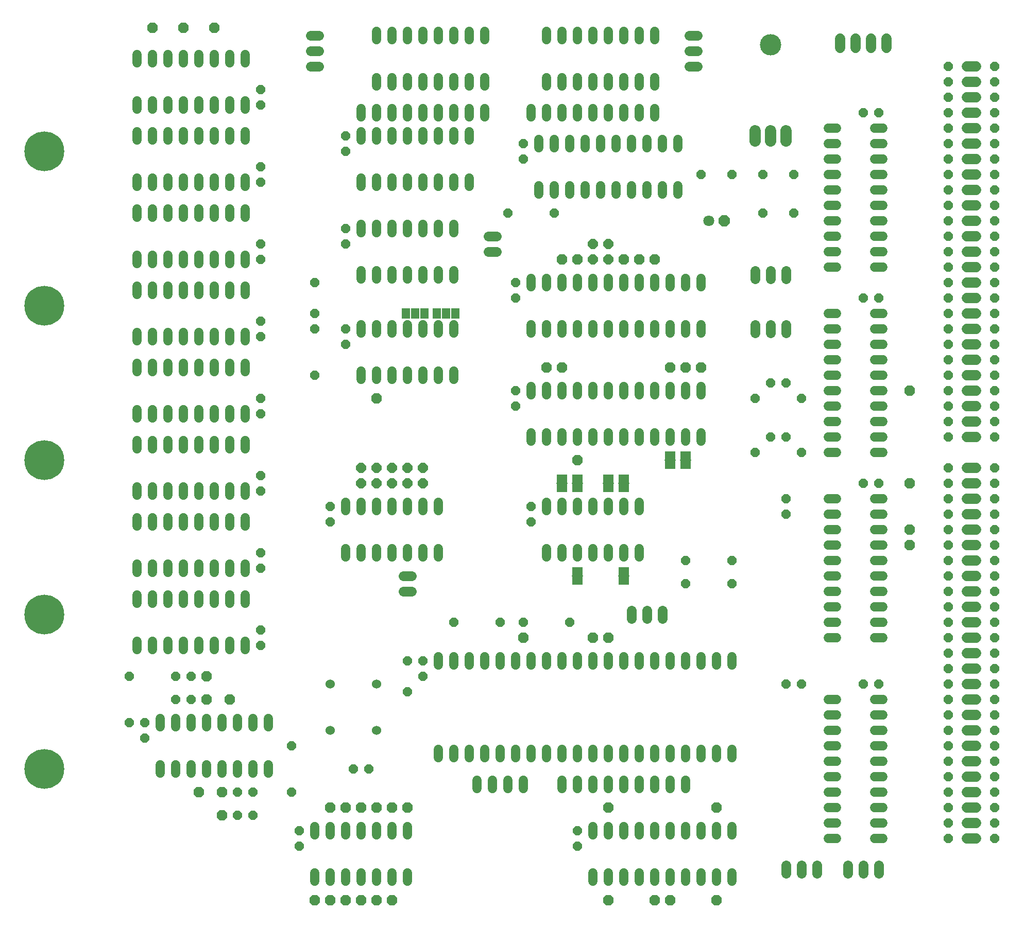
<source format=gbs>
G75*
%MOIN*%
%OFA0B0*%
%FSLAX25Y25*%
%IPPOS*%
%LPD*%
%AMOC8*
5,1,8,0,0,1.08239X$1,22.5*
%
%ADD10C,0.06800*%
%ADD11C,0.07400*%
%ADD12C,0.13800*%
%ADD13OC8,0.07100*%
%ADD14C,0.07100*%
%ADD15OC8,0.06000*%
%ADD16OC8,0.06050*%
%ADD17C,0.25800*%
%ADD18C,0.06000*%
%ADD19C,0.06000*%
%ADD20C,0.06400*%
%ADD21OC8,0.06800*%
%ADD22OC8,0.06400*%
%ADD23R,0.07100X0.05400*%
%ADD24R,0.07200X0.00600*%
%ADD25R,0.05400X0.07100*%
D10*
X0638300Y0066300D02*
X0644300Y0066300D01*
X0644300Y0076300D02*
X0638300Y0076300D01*
X0638300Y0086300D02*
X0644300Y0086300D01*
X0644300Y0096300D02*
X0638300Y0096300D01*
X0638300Y0106300D02*
X0644300Y0106300D01*
X0644300Y0116300D02*
X0638300Y0116300D01*
X0638300Y0126300D02*
X0644300Y0126300D01*
X0644300Y0136300D02*
X0638300Y0136300D01*
X0638300Y0146300D02*
X0644300Y0146300D01*
X0644300Y0156300D02*
X0638300Y0156300D01*
X0638300Y0166300D02*
X0644300Y0166300D01*
X0644300Y0176300D02*
X0638300Y0176300D01*
X0638300Y0186300D02*
X0644300Y0186300D01*
X0644300Y0196300D02*
X0638300Y0196300D01*
X0638300Y0206300D02*
X0644300Y0206300D01*
X0644300Y0216300D02*
X0638300Y0216300D01*
X0638300Y0226300D02*
X0644300Y0226300D01*
X0644300Y0236300D02*
X0638300Y0236300D01*
X0638300Y0246300D02*
X0644300Y0246300D01*
X0644300Y0256300D02*
X0638300Y0256300D01*
X0638300Y0266300D02*
X0644300Y0266300D01*
X0644300Y0276300D02*
X0638300Y0276300D01*
X0638300Y0286300D02*
X0644300Y0286300D01*
X0644300Y0296300D02*
X0638300Y0296300D01*
X0638300Y0306300D02*
X0644300Y0306300D01*
X0644300Y0326300D02*
X0638300Y0326300D01*
X0638300Y0336300D02*
X0644300Y0336300D01*
X0644300Y0346300D02*
X0638300Y0346300D01*
X0638300Y0356300D02*
X0644300Y0356300D01*
X0644300Y0366300D02*
X0638300Y0366300D01*
X0638300Y0376300D02*
X0644300Y0376300D01*
X0644300Y0386300D02*
X0638300Y0386300D01*
X0638300Y0396300D02*
X0644300Y0396300D01*
X0644300Y0406300D02*
X0638300Y0406300D01*
X0638300Y0416300D02*
X0644300Y0416300D01*
X0644300Y0426300D02*
X0638300Y0426300D01*
X0638300Y0436300D02*
X0644300Y0436300D01*
X0644300Y0446300D02*
X0638300Y0446300D01*
X0638300Y0456300D02*
X0644300Y0456300D01*
X0644300Y0466300D02*
X0638300Y0466300D01*
X0638300Y0476300D02*
X0644300Y0476300D01*
X0644300Y0486300D02*
X0638300Y0486300D01*
X0638300Y0496300D02*
X0644300Y0496300D01*
X0644300Y0506300D02*
X0638300Y0506300D01*
X0638300Y0516300D02*
X0644300Y0516300D01*
X0644300Y0526300D02*
X0638300Y0526300D01*
X0638300Y0536300D02*
X0644300Y0536300D01*
X0644300Y0546300D02*
X0638300Y0546300D01*
X0638300Y0556300D02*
X0644300Y0556300D01*
X0644300Y0566300D02*
X0638300Y0566300D01*
X0586300Y0578300D02*
X0586300Y0584300D01*
X0576300Y0584300D02*
X0576300Y0578300D01*
X0566300Y0578300D02*
X0566300Y0584300D01*
X0556300Y0584300D02*
X0556300Y0578300D01*
D11*
X0521300Y0524600D02*
X0521300Y0518000D01*
X0511300Y0518000D02*
X0511300Y0524600D01*
X0501300Y0524600D02*
X0501300Y0518000D01*
D12*
X0511300Y0580300D03*
D13*
X0481300Y0466300D03*
D14*
X0471300Y0466300D03*
D15*
X0466300Y0496300D03*
X0486300Y0496300D03*
X0506300Y0496300D03*
X0526300Y0496300D03*
X0526300Y0471300D03*
X0506300Y0471300D03*
X0571300Y0416300D03*
X0581300Y0416300D03*
X0521300Y0361300D03*
X0511300Y0361300D03*
X0501300Y0351300D03*
X0511300Y0326300D03*
X0521300Y0326300D03*
X0531300Y0316300D03*
X0501300Y0316300D03*
X0521300Y0286300D03*
X0521300Y0276300D03*
X0486300Y0246300D03*
X0486300Y0231300D03*
X0456300Y0231300D03*
X0456300Y0246300D03*
X0381300Y0206300D03*
X0351300Y0206300D03*
X0336300Y0206300D03*
X0306300Y0206300D03*
X0286300Y0181300D03*
X0276300Y0181300D03*
X0286300Y0171300D03*
X0276300Y0161300D03*
X0251300Y0111300D03*
X0241300Y0111300D03*
X0201300Y0096300D03*
X0176300Y0096300D03*
X0166300Y0096300D03*
X0166300Y0081300D03*
X0176300Y0081300D03*
X0206300Y0071300D03*
X0206300Y0061300D03*
X0201300Y0126300D03*
X0181300Y0191300D03*
X0181300Y0201300D03*
X0181300Y0241300D03*
X0181300Y0251300D03*
X0181300Y0291300D03*
X0181300Y0301300D03*
X0181300Y0341300D03*
X0181300Y0351300D03*
X0216300Y0366300D03*
X0236300Y0386300D03*
X0236300Y0396300D03*
X0216300Y0396300D03*
X0216300Y0406300D03*
X0216300Y0426300D03*
X0236300Y0451300D03*
X0236300Y0461300D03*
X0236300Y0511300D03*
X0236300Y0521300D03*
X0181300Y0501300D03*
X0181300Y0491300D03*
X0181300Y0451300D03*
X0181300Y0441300D03*
X0181300Y0401300D03*
X0181300Y0391300D03*
X0226300Y0281300D03*
X0226300Y0271300D03*
X0136300Y0171300D03*
X0126300Y0171300D03*
X0126300Y0156300D03*
X0136300Y0156300D03*
X0106300Y0141300D03*
X0106300Y0131300D03*
X0096300Y0141300D03*
X0096300Y0171300D03*
X0346300Y0346300D03*
X0346300Y0356300D03*
X0346300Y0416300D03*
X0346300Y0426300D03*
X0341300Y0471300D03*
X0371300Y0471300D03*
X0351300Y0506300D03*
X0351300Y0516300D03*
X0181300Y0541300D03*
X0181300Y0551300D03*
X0356300Y0281300D03*
X0356300Y0271300D03*
X0521300Y0166300D03*
X0531300Y0166300D03*
X0571300Y0166300D03*
X0581300Y0166300D03*
X0581300Y0296300D03*
X0571300Y0296300D03*
X0531300Y0351300D03*
X0571300Y0536300D03*
X0581300Y0536300D03*
X0386300Y0071300D03*
X0386300Y0061300D03*
D16*
X0626300Y0066300D03*
X0626300Y0076300D03*
X0626300Y0086300D03*
X0626300Y0096300D03*
X0626300Y0106300D03*
X0626300Y0116300D03*
X0626300Y0126300D03*
X0626300Y0136300D03*
X0626300Y0146300D03*
X0626300Y0156300D03*
X0626300Y0166300D03*
X0626300Y0176300D03*
X0626300Y0186300D03*
X0626300Y0196300D03*
X0626300Y0206300D03*
X0626300Y0216300D03*
X0626300Y0226300D03*
X0626300Y0236300D03*
X0626300Y0246300D03*
X0626300Y0256300D03*
X0626300Y0266300D03*
X0626300Y0276300D03*
X0626300Y0286300D03*
X0626300Y0296300D03*
X0626300Y0306300D03*
X0626300Y0326300D03*
X0626300Y0336300D03*
X0626300Y0346300D03*
X0626300Y0356300D03*
X0626300Y0366300D03*
X0626300Y0376300D03*
X0626300Y0386300D03*
X0626300Y0396300D03*
X0626300Y0406300D03*
X0626300Y0416300D03*
X0626300Y0426300D03*
X0626300Y0436300D03*
X0626300Y0446300D03*
X0626300Y0456300D03*
X0626300Y0466300D03*
X0626300Y0476300D03*
X0626300Y0486300D03*
X0626300Y0496300D03*
X0626300Y0506300D03*
X0626300Y0516300D03*
X0626300Y0526300D03*
X0626300Y0536300D03*
X0626300Y0546300D03*
X0626300Y0556300D03*
X0626300Y0566300D03*
X0656300Y0566300D03*
X0656300Y0556300D03*
X0656300Y0546300D03*
X0656300Y0536300D03*
X0656300Y0526300D03*
X0656300Y0516300D03*
X0656300Y0506300D03*
X0656300Y0496300D03*
X0656300Y0486300D03*
X0656300Y0476300D03*
X0656300Y0466300D03*
X0656300Y0456300D03*
X0656300Y0446300D03*
X0656300Y0436300D03*
X0656300Y0426300D03*
X0656300Y0416300D03*
X0656300Y0406300D03*
X0656300Y0396300D03*
X0656300Y0386300D03*
X0656300Y0376300D03*
X0656300Y0366300D03*
X0656300Y0356300D03*
X0656300Y0346300D03*
X0656300Y0336300D03*
X0656300Y0326300D03*
X0656300Y0306300D03*
X0656300Y0296300D03*
X0656300Y0286300D03*
X0656300Y0276300D03*
X0656300Y0266300D03*
X0656300Y0256300D03*
X0656300Y0246300D03*
X0656300Y0236300D03*
X0656300Y0226300D03*
X0656300Y0216300D03*
X0656300Y0206300D03*
X0656300Y0196300D03*
X0656300Y0186300D03*
X0656300Y0176300D03*
X0656300Y0166300D03*
X0656300Y0156300D03*
X0656300Y0146300D03*
X0656300Y0136300D03*
X0656300Y0126300D03*
X0656300Y0116300D03*
X0656300Y0106300D03*
X0656300Y0096300D03*
X0656300Y0086300D03*
X0656300Y0076300D03*
X0656300Y0066300D03*
D17*
X0041300Y0111300D03*
X0041300Y0211300D03*
X0041300Y0311300D03*
X0041300Y0411300D03*
X0041300Y0511300D03*
D18*
X0101300Y0518700D02*
X0101300Y0523900D01*
X0111300Y0523900D02*
X0111300Y0518700D01*
X0121300Y0518700D02*
X0121300Y0523900D01*
X0131300Y0523900D02*
X0131300Y0518700D01*
X0141300Y0518700D02*
X0141300Y0523900D01*
X0151300Y0523900D02*
X0151300Y0518700D01*
X0161300Y0518700D02*
X0161300Y0523900D01*
X0171300Y0523900D02*
X0171300Y0518700D01*
X0171300Y0538700D02*
X0171300Y0543900D01*
X0161300Y0543900D02*
X0161300Y0538700D01*
X0151300Y0538700D02*
X0151300Y0543900D01*
X0141300Y0543900D02*
X0141300Y0538700D01*
X0131300Y0538700D02*
X0131300Y0543900D01*
X0121300Y0543900D02*
X0121300Y0538700D01*
X0111300Y0538700D02*
X0111300Y0543900D01*
X0101300Y0543900D02*
X0101300Y0538700D01*
X0101300Y0568700D02*
X0101300Y0573900D01*
X0111300Y0573900D02*
X0111300Y0568700D01*
X0121300Y0568700D02*
X0121300Y0573900D01*
X0131300Y0573900D02*
X0131300Y0568700D01*
X0141300Y0568700D02*
X0141300Y0573900D01*
X0151300Y0573900D02*
X0151300Y0568700D01*
X0161300Y0568700D02*
X0161300Y0573900D01*
X0171300Y0573900D02*
X0171300Y0568700D01*
X0246300Y0538900D02*
X0246300Y0533700D01*
X0246300Y0523900D02*
X0246300Y0518700D01*
X0256300Y0518700D02*
X0256300Y0523900D01*
X0256300Y0533700D02*
X0256300Y0538900D01*
X0266300Y0538900D02*
X0266300Y0533700D01*
X0266300Y0523900D02*
X0266300Y0518700D01*
X0276300Y0518700D02*
X0276300Y0523900D01*
X0276300Y0533700D02*
X0276300Y0538900D01*
X0286300Y0538900D02*
X0286300Y0533700D01*
X0286300Y0523900D02*
X0286300Y0518700D01*
X0296300Y0518700D02*
X0296300Y0523900D01*
X0296300Y0533700D02*
X0296300Y0538900D01*
X0306300Y0538900D02*
X0306300Y0533700D01*
X0306300Y0523900D02*
X0306300Y0518700D01*
X0316300Y0518700D02*
X0316300Y0523900D01*
X0316300Y0533700D02*
X0316300Y0538900D01*
X0326300Y0538900D02*
X0326300Y0533700D01*
X0326300Y0553700D02*
X0326300Y0558900D01*
X0316300Y0558900D02*
X0316300Y0553700D01*
X0306300Y0553700D02*
X0306300Y0558900D01*
X0296300Y0558900D02*
X0296300Y0553700D01*
X0286300Y0553700D02*
X0286300Y0558900D01*
X0276300Y0558900D02*
X0276300Y0553700D01*
X0266300Y0553700D02*
X0266300Y0558900D01*
X0256300Y0558900D02*
X0256300Y0553700D01*
X0256300Y0583700D02*
X0256300Y0588900D01*
X0266300Y0588900D02*
X0266300Y0583700D01*
X0276300Y0583700D02*
X0276300Y0588900D01*
X0286300Y0588900D02*
X0286300Y0583700D01*
X0296300Y0583700D02*
X0296300Y0588900D01*
X0306300Y0588900D02*
X0306300Y0583700D01*
X0316300Y0583700D02*
X0316300Y0588900D01*
X0326300Y0588900D02*
X0326300Y0583700D01*
X0366300Y0583700D02*
X0366300Y0588900D01*
X0376300Y0588900D02*
X0376300Y0583700D01*
X0386300Y0583700D02*
X0386300Y0588900D01*
X0396300Y0588900D02*
X0396300Y0583700D01*
X0406300Y0583700D02*
X0406300Y0588900D01*
X0416300Y0588900D02*
X0416300Y0583700D01*
X0426300Y0583700D02*
X0426300Y0588900D01*
X0436300Y0588900D02*
X0436300Y0583700D01*
X0436300Y0558900D02*
X0436300Y0553700D01*
X0426300Y0553700D02*
X0426300Y0558900D01*
X0416300Y0558900D02*
X0416300Y0553700D01*
X0406300Y0553700D02*
X0406300Y0558900D01*
X0396300Y0558900D02*
X0396300Y0553700D01*
X0386300Y0553700D02*
X0386300Y0558900D01*
X0376300Y0558900D02*
X0376300Y0553700D01*
X0366300Y0553700D02*
X0366300Y0558900D01*
X0366300Y0538900D02*
X0366300Y0533700D01*
X0376300Y0533700D02*
X0376300Y0538900D01*
X0386300Y0538900D02*
X0386300Y0533700D01*
X0396300Y0533700D02*
X0396300Y0538900D01*
X0406300Y0538900D02*
X0406300Y0533700D01*
X0416300Y0533700D02*
X0416300Y0538900D01*
X0426300Y0538900D02*
X0426300Y0533700D01*
X0436300Y0533700D02*
X0436300Y0538900D01*
X0431300Y0518900D02*
X0431300Y0513700D01*
X0421300Y0513700D02*
X0421300Y0518900D01*
X0411300Y0518900D02*
X0411300Y0513700D01*
X0401300Y0513700D02*
X0401300Y0518900D01*
X0391300Y0518900D02*
X0391300Y0513700D01*
X0381300Y0513700D02*
X0381300Y0518900D01*
X0371300Y0518900D02*
X0371300Y0513700D01*
X0361300Y0513700D02*
X0361300Y0518900D01*
X0356300Y0533700D02*
X0356300Y0538900D01*
X0316300Y0493900D02*
X0316300Y0488700D01*
X0306300Y0488700D02*
X0306300Y0493900D01*
X0296300Y0493900D02*
X0296300Y0488700D01*
X0286300Y0488700D02*
X0286300Y0493900D01*
X0276300Y0493900D02*
X0276300Y0488700D01*
X0266300Y0488700D02*
X0266300Y0493900D01*
X0256300Y0493900D02*
X0256300Y0488700D01*
X0246300Y0488700D02*
X0246300Y0493900D01*
X0246300Y0463900D02*
X0246300Y0458700D01*
X0256300Y0458700D02*
X0256300Y0463900D01*
X0266300Y0463900D02*
X0266300Y0458700D01*
X0276300Y0458700D02*
X0276300Y0463900D01*
X0286300Y0463900D02*
X0286300Y0458700D01*
X0296300Y0458700D02*
X0296300Y0463900D01*
X0306300Y0463900D02*
X0306300Y0458700D01*
X0306300Y0433900D02*
X0306300Y0428700D01*
X0296300Y0428700D02*
X0296300Y0433900D01*
X0286300Y0433900D02*
X0286300Y0428700D01*
X0276300Y0428700D02*
X0276300Y0433900D01*
X0266300Y0433900D02*
X0266300Y0428700D01*
X0256300Y0428700D02*
X0256300Y0433900D01*
X0246300Y0433900D02*
X0246300Y0428700D01*
X0246300Y0398900D02*
X0246300Y0393700D01*
X0256300Y0393700D02*
X0256300Y0398900D01*
X0266300Y0398900D02*
X0266300Y0393700D01*
X0276300Y0393700D02*
X0276300Y0398900D01*
X0286300Y0398900D02*
X0286300Y0393700D01*
X0296300Y0393700D02*
X0296300Y0398900D01*
X0306300Y0398900D02*
X0306300Y0393700D01*
X0306300Y0368900D02*
X0306300Y0363700D01*
X0296300Y0363700D02*
X0296300Y0368900D01*
X0286300Y0368900D02*
X0286300Y0363700D01*
X0276300Y0363700D02*
X0276300Y0368900D01*
X0266300Y0368900D02*
X0266300Y0363700D01*
X0256300Y0363700D02*
X0256300Y0368900D01*
X0246300Y0368900D02*
X0246300Y0363700D01*
X0171300Y0368700D02*
X0171300Y0373900D01*
X0161300Y0373900D02*
X0161300Y0368700D01*
X0151300Y0368700D02*
X0151300Y0373900D01*
X0141300Y0373900D02*
X0141300Y0368700D01*
X0131300Y0368700D02*
X0131300Y0373900D01*
X0121300Y0373900D02*
X0121300Y0368700D01*
X0111300Y0368700D02*
X0111300Y0373900D01*
X0101300Y0373900D02*
X0101300Y0368700D01*
X0101300Y0388700D02*
X0101300Y0393900D01*
X0111300Y0393900D02*
X0111300Y0388700D01*
X0121300Y0388700D02*
X0121300Y0393900D01*
X0131300Y0393900D02*
X0131300Y0388700D01*
X0141300Y0388700D02*
X0141300Y0393900D01*
X0151300Y0393900D02*
X0151300Y0388700D01*
X0161300Y0388700D02*
X0161300Y0393900D01*
X0171300Y0393900D02*
X0171300Y0388700D01*
X0171300Y0418700D02*
X0171300Y0423900D01*
X0161300Y0423900D02*
X0161300Y0418700D01*
X0151300Y0418700D02*
X0151300Y0423900D01*
X0141300Y0423900D02*
X0141300Y0418700D01*
X0131300Y0418700D02*
X0131300Y0423900D01*
X0121300Y0423900D02*
X0121300Y0418700D01*
X0111300Y0418700D02*
X0111300Y0423900D01*
X0101300Y0423900D02*
X0101300Y0418700D01*
X0101300Y0438700D02*
X0101300Y0443900D01*
X0111300Y0443900D02*
X0111300Y0438700D01*
X0121300Y0438700D02*
X0121300Y0443900D01*
X0131300Y0443900D02*
X0131300Y0438700D01*
X0141300Y0438700D02*
X0141300Y0443900D01*
X0151300Y0443900D02*
X0151300Y0438700D01*
X0161300Y0438700D02*
X0161300Y0443900D01*
X0171300Y0443900D02*
X0171300Y0438700D01*
X0171300Y0468700D02*
X0171300Y0473900D01*
X0161300Y0473900D02*
X0161300Y0468700D01*
X0151300Y0468700D02*
X0151300Y0473900D01*
X0141300Y0473900D02*
X0141300Y0468700D01*
X0131300Y0468700D02*
X0131300Y0473900D01*
X0121300Y0473900D02*
X0121300Y0468700D01*
X0111300Y0468700D02*
X0111300Y0473900D01*
X0101300Y0473900D02*
X0101300Y0468700D01*
X0101300Y0488700D02*
X0101300Y0493900D01*
X0111300Y0493900D02*
X0111300Y0488700D01*
X0121300Y0488700D02*
X0121300Y0493900D01*
X0131300Y0493900D02*
X0131300Y0488700D01*
X0141300Y0488700D02*
X0141300Y0493900D01*
X0151300Y0493900D02*
X0151300Y0488700D01*
X0161300Y0488700D02*
X0161300Y0493900D01*
X0171300Y0493900D02*
X0171300Y0488700D01*
X0171300Y0343900D02*
X0171300Y0338700D01*
X0161300Y0338700D02*
X0161300Y0343900D01*
X0151300Y0343900D02*
X0151300Y0338700D01*
X0141300Y0338700D02*
X0141300Y0343900D01*
X0131300Y0343900D02*
X0131300Y0338700D01*
X0121300Y0338700D02*
X0121300Y0343900D01*
X0111300Y0343900D02*
X0111300Y0338700D01*
X0101300Y0338700D02*
X0101300Y0343900D01*
X0101300Y0323900D02*
X0101300Y0318700D01*
X0111300Y0318700D02*
X0111300Y0323900D01*
X0121300Y0323900D02*
X0121300Y0318700D01*
X0131300Y0318700D02*
X0131300Y0323900D01*
X0141300Y0323900D02*
X0141300Y0318700D01*
X0151300Y0318700D02*
X0151300Y0323900D01*
X0161300Y0323900D02*
X0161300Y0318700D01*
X0171300Y0318700D02*
X0171300Y0323900D01*
X0171300Y0293900D02*
X0171300Y0288700D01*
X0161300Y0288700D02*
X0161300Y0293900D01*
X0151300Y0293900D02*
X0151300Y0288700D01*
X0141300Y0288700D02*
X0141300Y0293900D01*
X0131300Y0293900D02*
X0131300Y0288700D01*
X0121300Y0288700D02*
X0121300Y0293900D01*
X0111300Y0293900D02*
X0111300Y0288700D01*
X0101300Y0288700D02*
X0101300Y0293900D01*
X0101300Y0273900D02*
X0101300Y0268700D01*
X0111300Y0268700D02*
X0111300Y0273900D01*
X0121300Y0273900D02*
X0121300Y0268700D01*
X0131300Y0268700D02*
X0131300Y0273900D01*
X0141300Y0273900D02*
X0141300Y0268700D01*
X0151300Y0268700D02*
X0151300Y0273900D01*
X0161300Y0273900D02*
X0161300Y0268700D01*
X0171300Y0268700D02*
X0171300Y0273900D01*
X0171300Y0243900D02*
X0171300Y0238700D01*
X0161300Y0238700D02*
X0161300Y0243900D01*
X0151300Y0243900D02*
X0151300Y0238700D01*
X0141300Y0238700D02*
X0141300Y0243900D01*
X0131300Y0243900D02*
X0131300Y0238700D01*
X0121300Y0238700D02*
X0121300Y0243900D01*
X0111300Y0243900D02*
X0111300Y0238700D01*
X0101300Y0238700D02*
X0101300Y0243900D01*
X0101300Y0223900D02*
X0101300Y0218700D01*
X0111300Y0218700D02*
X0111300Y0223900D01*
X0121300Y0223900D02*
X0121300Y0218700D01*
X0131300Y0218700D02*
X0131300Y0223900D01*
X0141300Y0223900D02*
X0141300Y0218700D01*
X0151300Y0218700D02*
X0151300Y0223900D01*
X0161300Y0223900D02*
X0161300Y0218700D01*
X0171300Y0218700D02*
X0171300Y0223900D01*
X0171300Y0193900D02*
X0171300Y0188700D01*
X0161300Y0188700D02*
X0161300Y0193900D01*
X0151300Y0193900D02*
X0151300Y0188700D01*
X0141300Y0188700D02*
X0141300Y0193900D01*
X0131300Y0193900D02*
X0131300Y0188700D01*
X0121300Y0188700D02*
X0121300Y0193900D01*
X0111300Y0193900D02*
X0111300Y0188700D01*
X0101300Y0188700D02*
X0101300Y0193900D01*
X0116300Y0143900D02*
X0116300Y0138700D01*
X0126300Y0138700D02*
X0126300Y0143900D01*
X0136300Y0143900D02*
X0136300Y0138700D01*
X0146300Y0138700D02*
X0146300Y0143900D01*
X0156300Y0143900D02*
X0156300Y0138700D01*
X0166300Y0138700D02*
X0166300Y0143900D01*
X0176300Y0143900D02*
X0176300Y0138700D01*
X0186300Y0138700D02*
X0186300Y0143900D01*
X0186300Y0113900D02*
X0186300Y0108700D01*
X0176300Y0108700D02*
X0176300Y0113900D01*
X0166300Y0113900D02*
X0166300Y0108700D01*
X0156300Y0108700D02*
X0156300Y0113900D01*
X0146300Y0113900D02*
X0146300Y0108700D01*
X0136300Y0108700D02*
X0136300Y0113900D01*
X0126300Y0113900D02*
X0126300Y0108700D01*
X0116300Y0108700D02*
X0116300Y0113900D01*
X0216300Y0073900D02*
X0216300Y0068700D01*
X0226300Y0068700D02*
X0226300Y0073900D01*
X0236300Y0073900D02*
X0236300Y0068700D01*
X0246300Y0068700D02*
X0246300Y0073900D01*
X0256300Y0073900D02*
X0256300Y0068700D01*
X0266300Y0068700D02*
X0266300Y0073900D01*
X0276300Y0073900D02*
X0276300Y0068700D01*
X0276300Y0043900D02*
X0276300Y0038700D01*
X0266300Y0038700D02*
X0266300Y0043900D01*
X0256300Y0043900D02*
X0256300Y0038700D01*
X0246300Y0038700D02*
X0246300Y0043900D01*
X0236300Y0043900D02*
X0236300Y0038700D01*
X0226300Y0038700D02*
X0226300Y0043900D01*
X0216300Y0043900D02*
X0216300Y0038700D01*
X0296300Y0118700D02*
X0296300Y0123900D01*
X0306300Y0123900D02*
X0306300Y0118700D01*
X0316300Y0118700D02*
X0316300Y0123900D01*
X0326300Y0123900D02*
X0326300Y0118700D01*
X0336300Y0118700D02*
X0336300Y0123900D01*
X0346300Y0123900D02*
X0346300Y0118700D01*
X0356300Y0118700D02*
X0356300Y0123900D01*
X0366300Y0123900D02*
X0366300Y0118700D01*
X0376300Y0118700D02*
X0376300Y0123900D01*
X0386300Y0123900D02*
X0386300Y0118700D01*
X0396300Y0118700D02*
X0396300Y0123900D01*
X0406300Y0123900D02*
X0406300Y0118700D01*
X0416300Y0118700D02*
X0416300Y0123900D01*
X0426300Y0123900D02*
X0426300Y0118700D01*
X0436300Y0118700D02*
X0436300Y0123900D01*
X0446300Y0123900D02*
X0446300Y0118700D01*
X0456300Y0118700D02*
X0456300Y0123900D01*
X0466300Y0123900D02*
X0466300Y0118700D01*
X0476300Y0118700D02*
X0476300Y0123900D01*
X0486300Y0123900D02*
X0486300Y0118700D01*
X0456300Y0103900D02*
X0456300Y0098700D01*
X0446300Y0098700D02*
X0446300Y0103900D01*
X0436300Y0103900D02*
X0436300Y0098700D01*
X0426300Y0098700D02*
X0426300Y0103900D01*
X0416300Y0103900D02*
X0416300Y0098700D01*
X0406300Y0098700D02*
X0406300Y0103900D01*
X0396300Y0103900D02*
X0396300Y0098700D01*
X0386300Y0098700D02*
X0386300Y0103900D01*
X0376300Y0103900D02*
X0376300Y0098700D01*
X0351300Y0098700D02*
X0351300Y0103900D01*
X0341300Y0103900D02*
X0341300Y0098700D01*
X0331300Y0098700D02*
X0331300Y0103900D01*
X0321300Y0103900D02*
X0321300Y0098700D01*
X0396300Y0073900D02*
X0396300Y0068700D01*
X0406300Y0068700D02*
X0406300Y0073900D01*
X0416300Y0073900D02*
X0416300Y0068700D01*
X0426300Y0068700D02*
X0426300Y0073900D01*
X0436300Y0073900D02*
X0436300Y0068700D01*
X0446300Y0068700D02*
X0446300Y0073900D01*
X0456300Y0073900D02*
X0456300Y0068700D01*
X0466300Y0068700D02*
X0466300Y0073900D01*
X0476300Y0073900D02*
X0476300Y0068700D01*
X0486300Y0068700D02*
X0486300Y0073900D01*
X0486300Y0043900D02*
X0486300Y0038700D01*
X0476300Y0038700D02*
X0476300Y0043900D01*
X0466300Y0043900D02*
X0466300Y0038700D01*
X0456300Y0038700D02*
X0456300Y0043900D01*
X0446300Y0043900D02*
X0446300Y0038700D01*
X0436300Y0038700D02*
X0436300Y0043900D01*
X0426300Y0043900D02*
X0426300Y0038700D01*
X0416300Y0038700D02*
X0416300Y0043900D01*
X0406300Y0043900D02*
X0406300Y0038700D01*
X0396300Y0038700D02*
X0396300Y0043900D01*
X0396300Y0178700D02*
X0396300Y0183900D01*
X0386300Y0183900D02*
X0386300Y0178700D01*
X0376300Y0178700D02*
X0376300Y0183900D01*
X0366300Y0183900D02*
X0366300Y0178700D01*
X0356300Y0178700D02*
X0356300Y0183900D01*
X0346300Y0183900D02*
X0346300Y0178700D01*
X0336300Y0178700D02*
X0336300Y0183900D01*
X0326300Y0183900D02*
X0326300Y0178700D01*
X0316300Y0178700D02*
X0316300Y0183900D01*
X0306300Y0183900D02*
X0306300Y0178700D01*
X0296300Y0178700D02*
X0296300Y0183900D01*
X0296300Y0248700D02*
X0296300Y0253900D01*
X0286300Y0253900D02*
X0286300Y0248700D01*
X0276300Y0248700D02*
X0276300Y0253900D01*
X0266300Y0253900D02*
X0266300Y0248700D01*
X0256300Y0248700D02*
X0256300Y0253900D01*
X0246300Y0253900D02*
X0246300Y0248700D01*
X0236300Y0248700D02*
X0236300Y0253900D01*
X0236300Y0278700D02*
X0236300Y0283900D01*
X0246300Y0283900D02*
X0246300Y0278700D01*
X0256300Y0278700D02*
X0256300Y0283900D01*
X0266300Y0283900D02*
X0266300Y0278700D01*
X0276300Y0278700D02*
X0276300Y0283900D01*
X0286300Y0283900D02*
X0286300Y0278700D01*
X0296300Y0278700D02*
X0296300Y0283900D01*
X0356300Y0323700D02*
X0356300Y0328900D01*
X0366300Y0328900D02*
X0366300Y0323700D01*
X0376300Y0323700D02*
X0376300Y0328900D01*
X0386300Y0328900D02*
X0386300Y0323700D01*
X0396300Y0323700D02*
X0396300Y0328900D01*
X0406300Y0328900D02*
X0406300Y0323700D01*
X0416300Y0323700D02*
X0416300Y0328900D01*
X0426300Y0328900D02*
X0426300Y0323700D01*
X0436300Y0323700D02*
X0436300Y0328900D01*
X0446300Y0328900D02*
X0446300Y0323700D01*
X0456300Y0323700D02*
X0456300Y0328900D01*
X0466300Y0328900D02*
X0466300Y0323700D01*
X0466300Y0353700D02*
X0466300Y0358900D01*
X0456300Y0358900D02*
X0456300Y0353700D01*
X0446300Y0353700D02*
X0446300Y0358900D01*
X0436300Y0358900D02*
X0436300Y0353700D01*
X0426300Y0353700D02*
X0426300Y0358900D01*
X0416300Y0358900D02*
X0416300Y0353700D01*
X0406300Y0353700D02*
X0406300Y0358900D01*
X0396300Y0358900D02*
X0396300Y0353700D01*
X0386300Y0353700D02*
X0386300Y0358900D01*
X0376300Y0358900D02*
X0376300Y0353700D01*
X0366300Y0353700D02*
X0366300Y0358900D01*
X0356300Y0358900D02*
X0356300Y0353700D01*
X0356300Y0393700D02*
X0356300Y0398900D01*
X0366300Y0398900D02*
X0366300Y0393700D01*
X0376300Y0393700D02*
X0376300Y0398900D01*
X0386300Y0398900D02*
X0386300Y0393700D01*
X0396300Y0393700D02*
X0396300Y0398900D01*
X0406300Y0398900D02*
X0406300Y0393700D01*
X0416300Y0393700D02*
X0416300Y0398900D01*
X0426300Y0398900D02*
X0426300Y0393700D01*
X0436300Y0393700D02*
X0436300Y0398900D01*
X0446300Y0398900D02*
X0446300Y0393700D01*
X0456300Y0393700D02*
X0456300Y0398900D01*
X0466300Y0398900D02*
X0466300Y0393700D01*
X0466300Y0423700D02*
X0466300Y0428900D01*
X0456300Y0428900D02*
X0456300Y0423700D01*
X0446300Y0423700D02*
X0446300Y0428900D01*
X0436300Y0428900D02*
X0436300Y0423700D01*
X0426300Y0423700D02*
X0426300Y0428900D01*
X0416300Y0428900D02*
X0416300Y0423700D01*
X0406300Y0423700D02*
X0406300Y0428900D01*
X0396300Y0428900D02*
X0396300Y0423700D01*
X0386300Y0423700D02*
X0386300Y0428900D01*
X0376300Y0428900D02*
X0376300Y0423700D01*
X0366300Y0423700D02*
X0366300Y0428900D01*
X0356300Y0428900D02*
X0356300Y0423700D01*
X0361300Y0483700D02*
X0361300Y0488900D01*
X0371300Y0488900D02*
X0371300Y0483700D01*
X0381300Y0483700D02*
X0381300Y0488900D01*
X0391300Y0488900D02*
X0391300Y0483700D01*
X0401300Y0483700D02*
X0401300Y0488900D01*
X0411300Y0488900D02*
X0411300Y0483700D01*
X0421300Y0483700D02*
X0421300Y0488900D01*
X0431300Y0488900D02*
X0431300Y0483700D01*
X0441300Y0483700D02*
X0441300Y0488900D01*
X0451300Y0488900D02*
X0451300Y0483700D01*
X0451300Y0513700D02*
X0451300Y0518900D01*
X0441300Y0518900D02*
X0441300Y0513700D01*
X0548700Y0516300D02*
X0553900Y0516300D01*
X0553900Y0506300D02*
X0548700Y0506300D01*
X0548700Y0496300D02*
X0553900Y0496300D01*
X0553900Y0486300D02*
X0548700Y0486300D01*
X0548700Y0476300D02*
X0553900Y0476300D01*
X0553900Y0466300D02*
X0548700Y0466300D01*
X0548700Y0456300D02*
X0553900Y0456300D01*
X0553900Y0446300D02*
X0548700Y0446300D01*
X0548700Y0436300D02*
X0553900Y0436300D01*
X0578700Y0436300D02*
X0583900Y0436300D01*
X0583900Y0446300D02*
X0578700Y0446300D01*
X0578700Y0456300D02*
X0583900Y0456300D01*
X0583900Y0466300D02*
X0578700Y0466300D01*
X0578700Y0476300D02*
X0583900Y0476300D01*
X0583900Y0486300D02*
X0578700Y0486300D01*
X0578700Y0496300D02*
X0583900Y0496300D01*
X0583900Y0506300D02*
X0578700Y0506300D01*
X0578700Y0516300D02*
X0583900Y0516300D01*
X0583900Y0526300D02*
X0578700Y0526300D01*
X0553900Y0526300D02*
X0548700Y0526300D01*
X0548700Y0406300D02*
X0553900Y0406300D01*
X0553900Y0396300D02*
X0548700Y0396300D01*
X0548700Y0386300D02*
X0553900Y0386300D01*
X0553900Y0376300D02*
X0548700Y0376300D01*
X0548700Y0366300D02*
X0553900Y0366300D01*
X0553900Y0356300D02*
X0548700Y0356300D01*
X0548700Y0346300D02*
X0553900Y0346300D01*
X0553900Y0336300D02*
X0548700Y0336300D01*
X0548700Y0326300D02*
X0553900Y0326300D01*
X0553900Y0316300D02*
X0548700Y0316300D01*
X0548700Y0286300D02*
X0553900Y0286300D01*
X0553900Y0276300D02*
X0548700Y0276300D01*
X0548700Y0266300D02*
X0553900Y0266300D01*
X0553900Y0256300D02*
X0548700Y0256300D01*
X0548700Y0246300D02*
X0553900Y0246300D01*
X0553900Y0236300D02*
X0548700Y0236300D01*
X0548700Y0226300D02*
X0553900Y0226300D01*
X0553900Y0216300D02*
X0548700Y0216300D01*
X0548700Y0206300D02*
X0553900Y0206300D01*
X0553900Y0196300D02*
X0548700Y0196300D01*
X0578700Y0196300D02*
X0583900Y0196300D01*
X0583900Y0206300D02*
X0578700Y0206300D01*
X0578700Y0216300D02*
X0583900Y0216300D01*
X0583900Y0226300D02*
X0578700Y0226300D01*
X0578700Y0236300D02*
X0583900Y0236300D01*
X0583900Y0246300D02*
X0578700Y0246300D01*
X0578700Y0256300D02*
X0583900Y0256300D01*
X0583900Y0266300D02*
X0578700Y0266300D01*
X0578700Y0276300D02*
X0583900Y0276300D01*
X0583900Y0286300D02*
X0578700Y0286300D01*
X0578700Y0316300D02*
X0583900Y0316300D01*
X0583900Y0326300D02*
X0578700Y0326300D01*
X0578700Y0336300D02*
X0583900Y0336300D01*
X0583900Y0346300D02*
X0578700Y0346300D01*
X0578700Y0356300D02*
X0583900Y0356300D01*
X0583900Y0366300D02*
X0578700Y0366300D01*
X0578700Y0376300D02*
X0583900Y0376300D01*
X0583900Y0386300D02*
X0578700Y0386300D01*
X0578700Y0396300D02*
X0583900Y0396300D01*
X0583900Y0406300D02*
X0578700Y0406300D01*
X0426300Y0283900D02*
X0426300Y0278700D01*
X0416300Y0278700D02*
X0416300Y0283900D01*
X0406300Y0283900D02*
X0406300Y0278700D01*
X0396300Y0278700D02*
X0396300Y0283900D01*
X0386300Y0283900D02*
X0386300Y0278700D01*
X0376300Y0278700D02*
X0376300Y0283900D01*
X0366300Y0283900D02*
X0366300Y0278700D01*
X0366300Y0253900D02*
X0366300Y0248700D01*
X0376300Y0248700D02*
X0376300Y0253900D01*
X0386300Y0253900D02*
X0386300Y0248700D01*
X0396300Y0248700D02*
X0396300Y0253900D01*
X0406300Y0253900D02*
X0406300Y0248700D01*
X0416300Y0248700D02*
X0416300Y0253900D01*
X0426300Y0253900D02*
X0426300Y0248700D01*
X0426300Y0183900D02*
X0426300Y0178700D01*
X0416300Y0178700D02*
X0416300Y0183900D01*
X0406300Y0183900D02*
X0406300Y0178700D01*
X0436300Y0178700D02*
X0436300Y0183900D01*
X0446300Y0183900D02*
X0446300Y0178700D01*
X0456300Y0178700D02*
X0456300Y0183900D01*
X0466300Y0183900D02*
X0466300Y0178700D01*
X0476300Y0178700D02*
X0476300Y0183900D01*
X0486300Y0183900D02*
X0486300Y0178700D01*
X0548700Y0156300D02*
X0553900Y0156300D01*
X0553900Y0146300D02*
X0548700Y0146300D01*
X0548700Y0136300D02*
X0553900Y0136300D01*
X0553900Y0126300D02*
X0548700Y0126300D01*
X0548700Y0116300D02*
X0553900Y0116300D01*
X0553900Y0106300D02*
X0548700Y0106300D01*
X0548700Y0096300D02*
X0553900Y0096300D01*
X0553900Y0086300D02*
X0548700Y0086300D01*
X0548700Y0076300D02*
X0553900Y0076300D01*
X0553900Y0066300D02*
X0548700Y0066300D01*
X0578700Y0066300D02*
X0583900Y0066300D01*
X0583900Y0076300D02*
X0578700Y0076300D01*
X0578700Y0086300D02*
X0583900Y0086300D01*
X0583900Y0096300D02*
X0578700Y0096300D01*
X0578700Y0106300D02*
X0583900Y0106300D01*
X0583900Y0116300D02*
X0578700Y0116300D01*
X0578700Y0126300D02*
X0583900Y0126300D01*
X0583900Y0136300D02*
X0578700Y0136300D01*
X0578700Y0146300D02*
X0583900Y0146300D01*
X0583900Y0156300D02*
X0578700Y0156300D01*
D19*
X0256300Y0166300D03*
X0256300Y0136300D03*
X0226300Y0136300D03*
X0226300Y0166300D03*
D20*
X0273500Y0226300D02*
X0279100Y0226300D01*
X0279100Y0236300D02*
X0273500Y0236300D01*
X0421300Y0214100D02*
X0421300Y0208500D01*
X0431300Y0208500D02*
X0431300Y0214100D01*
X0441300Y0214100D02*
X0441300Y0208500D01*
X0521300Y0049100D02*
X0521300Y0043500D01*
X0531300Y0043500D02*
X0531300Y0049100D01*
X0541300Y0049100D02*
X0541300Y0043500D01*
X0561300Y0043500D02*
X0561300Y0049100D01*
X0571300Y0049100D02*
X0571300Y0043500D01*
X0581300Y0043500D02*
X0581300Y0049100D01*
X0521300Y0393500D02*
X0521300Y0399100D01*
X0511300Y0399100D02*
X0511300Y0393500D01*
X0501300Y0393500D02*
X0501300Y0399100D01*
X0501300Y0428500D02*
X0501300Y0434100D01*
X0511300Y0434100D02*
X0511300Y0428500D01*
X0521300Y0428500D02*
X0521300Y0434100D01*
X0464100Y0566300D02*
X0458500Y0566300D01*
X0458500Y0576300D02*
X0464100Y0576300D01*
X0464100Y0586300D02*
X0458500Y0586300D01*
X0334100Y0456300D02*
X0328500Y0456300D01*
X0328500Y0446300D02*
X0334100Y0446300D01*
X0219100Y0566300D02*
X0213500Y0566300D01*
X0213500Y0576300D02*
X0219100Y0576300D01*
X0219100Y0586300D02*
X0213500Y0586300D01*
D21*
X0151300Y0591300D03*
X0131300Y0591300D03*
X0111300Y0591300D03*
X0366300Y0371300D03*
X0376300Y0371300D03*
X0386300Y0311300D03*
X0446300Y0371300D03*
X0456300Y0371300D03*
X0466300Y0371300D03*
X0436300Y0441300D03*
X0426300Y0441300D03*
X0416300Y0441300D03*
X0386300Y0441300D03*
X0376300Y0441300D03*
X0256300Y0351300D03*
X0351300Y0196300D03*
X0396300Y0196300D03*
X0406300Y0196300D03*
X0406300Y0086300D03*
X0406300Y0026300D03*
X0436300Y0026300D03*
X0446300Y0026300D03*
X0476300Y0026300D03*
X0476300Y0086300D03*
X0601300Y0256300D03*
X0601300Y0266300D03*
X0601300Y0296300D03*
X0601300Y0356300D03*
X0276300Y0086300D03*
X0266300Y0086300D03*
X0256300Y0086300D03*
X0246300Y0086300D03*
X0236300Y0086300D03*
X0226300Y0086300D03*
X0226300Y0026300D03*
X0216300Y0026300D03*
X0236300Y0026300D03*
X0246300Y0026300D03*
X0256300Y0026300D03*
X0266300Y0026300D03*
X0156300Y0081300D03*
X0156300Y0096300D03*
X0141300Y0096300D03*
X0146300Y0156300D03*
X0146300Y0171300D03*
X0161300Y0156300D03*
D22*
X0246300Y0296300D03*
X0246300Y0306300D03*
X0256300Y0306300D03*
X0266300Y0306300D03*
X0266300Y0296300D03*
X0256300Y0296300D03*
X0276300Y0296300D03*
X0286300Y0296300D03*
X0286300Y0306300D03*
X0276300Y0306300D03*
X0396300Y0441300D03*
X0396300Y0451300D03*
X0406300Y0451300D03*
X0406300Y0441300D03*
D23*
X0446300Y0314300D03*
X0446300Y0308300D03*
X0456300Y0308300D03*
X0456300Y0314300D03*
X0416300Y0299300D03*
X0416300Y0293300D03*
X0406300Y0293300D03*
X0406300Y0299300D03*
X0386300Y0299300D03*
X0386300Y0293300D03*
X0376300Y0293300D03*
X0376300Y0299300D03*
X0386300Y0239300D03*
X0386300Y0233300D03*
X0416300Y0233300D03*
X0416300Y0239300D03*
D24*
X0416300Y0236300D03*
X0386300Y0236300D03*
X0386300Y0296300D03*
X0376300Y0296300D03*
X0406300Y0296300D03*
X0416300Y0296300D03*
X0446300Y0311300D03*
X0456300Y0311300D03*
D25*
X0307300Y0406300D03*
X0301300Y0406300D03*
X0295300Y0406300D03*
X0287300Y0406300D03*
X0281300Y0406300D03*
X0275300Y0406300D03*
M02*

</source>
